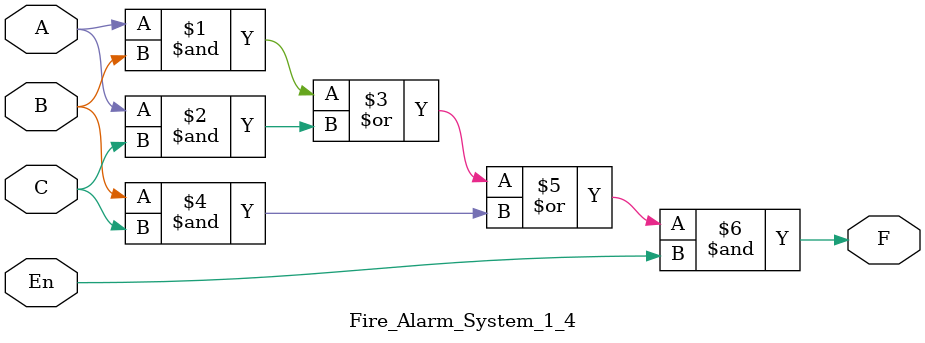
<source format=v>
module Fire_Alarm_System_1_4(input En,A,B,C,output F);
assign F= (A&B | A&C|B&C)&En;
endmodule 
</source>
